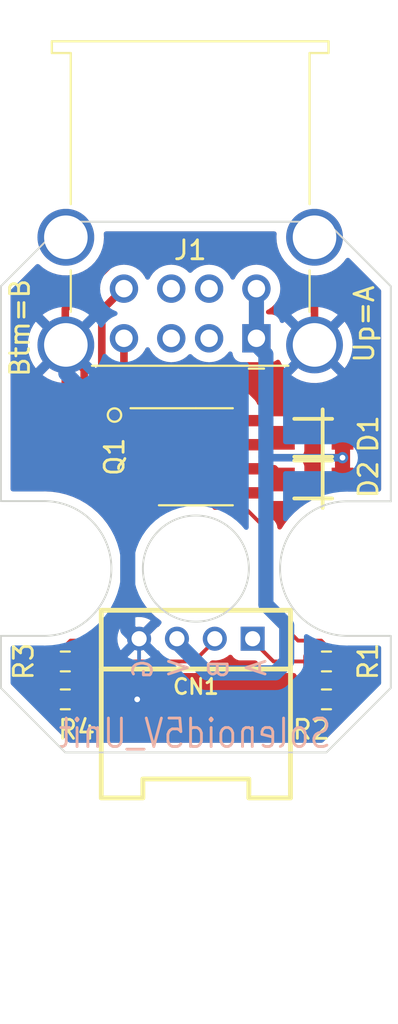
<source format=kicad_pcb>
(kicad_pcb (version 20211014) (generator pcbnew)
  (layers (0 "F.Cu" signal) (31 "B.Cu" signal) (34 "B.Paste" user) (35 "F.Paste" user) (36 "B.SilkS" user "B.Silkscreen") (37 "F.SilkS" user "F.Silkscreen") (38 "B.Mask" user) (39 "F.Mask" user) (44 "Edge.Cuts" user))
  (net 0 "")
  (net 1 "+5V")
  (net 2 "GND")
  (net 3 "/B")
  (net 4 "/A")
  (net 5 "/SOLB_M")
  (net 8 "/SOLA_M")
  (net 11 "Net-(Q1-Pad2)")
  (net 12 "Net-(Q1-Pad4)")
  (footprint "akita:CON_GROVE_H" (layer "F.Cu") (at 10.3 22 180)
    (fp_text reference "CN1" (at -1.3 -3 180) (layer "F.SilkS") (effects (font (size 0.8 0.8)) (justify right bottom)))
    (fp_text value "CON_GROVE")
    (fp_line (start 2.8 -7.4) (end 2.8 -8.4) (layer "F.SilkS") (width 0.254))
    (fp_line (start -5 -8.4) (end -5 -1.6) (layer "F.SilkS") (width 0.254))
    (fp_line (start -2.8 -8.4) (end -2.8 -7.4) (layer "F.SilkS") (width 0.254))
    (fp_line (start -5 -1.6) (end 5 -1.6) (layer "F.SilkS") (width 0.254))
    (fp_line (start -5 -8.4) (end -2.8 -8.4) (layer "F.SilkS") (width 0.254))
    (fp_line (start 5 -1.6) (end 5 -8.4) (layer "F.SilkS") (width 0.254))
    (fp_line (start -5 1.5) (end 5 1.5) (layer "F.SilkS") (width 0.254))
    (fp_line (start -5 -1.6) (end -5 1.5) (layer "F.SilkS") (width 0.254))
    (fp_line (start -5 -1) (end -5 1) (layer "F.SilkS") (width 0.127))
    (fp_line (start 5 1.5) (end 5 -1.6) (layer "F.SilkS") (width 0.254))
    (fp_line (start -2.8 -7.4) (end 2.8 -7.4) (layer "F.SilkS") (width 0.254))
    (fp_line (start 2.8 -8.4) (end 5 -8.4) (layer "F.SilkS") (width 0.254))
    (pad "1" thru_hole rect locked (at -3 0 180) (size 1.27 1.27) (drill 0.8) (layers *.Cu *.Mask) (net 4 "/A"))
    (pad "2" thru_hole circle locked (at -1 0 180) (size 1.27 1.27) (drill 0.8) (layers *.Cu *.Mask) (net 3 "/B"))
    (pad "3" thru_hole circle locked (at 1 0 180) (size 1.27 1.27) (drill 0.8) (layers *.Cu *.Mask) (net 1 "+5V"))
    (pad "4" thru_hole circle locked (at 3 0 180) (size 1.27 1.27) (drill 0.8) (layers *.Cu *.Mask) (net 2 "GND"))
  )
  (footprint "Package_SO:SO-8_3.9x4.9mm_P1.27mm" (layer "F.Cu") (at 10.3 12.4)
    (fp_text reference "Q1" (at -4.3 0 90) (layer "F.SilkS"))
    (fp_text value "TR_nMOS_IRF7103")
    (fp_line (start 0 -2.56) (end 1.95 -2.56) (layer "F.SilkS") (width 0.12))
    (fp_line (start 0 -2.56) (end -3.45 -2.56) (layer "F.SilkS") (width 0.12))
    (fp_line (start 0 2.56) (end 1.95 2.56) (layer "F.SilkS") (width 0.12))
    (fp_line (start 0 2.56) (end -1.95 2.56) (layer "F.SilkS") (width 0.12))
    (pad "1" smd roundrect locked (at -2.575 -1.905) (size 1.75 0.6) (layers "F.Cu" "F.Paste" "F.Mask") (net 2 "GND"))
    (pad "2" smd roundrect locked (at -2.575 -0.635) (size 1.75 0.6) (layers "F.Cu" "F.Paste" "F.Mask") (net 11 "Net-(Q1-Pad2)"))
    (pad "3" smd roundrect locked (at -2.575 0.635) (size 1.75 0.6) (layers "F.Cu" "F.Paste" "F.Mask") (net 2 "GND"))
    (pad "4" smd roundrect locked (at -2.575 1.905) (size 1.75 0.6) (layers "F.Cu" "F.Paste" "F.Mask") (net 12 "Net-(Q1-Pad4)"))
    (pad "5" smd roundrect locked (at 2.575 1.905) (size 1.75 0.6) (layers "F.Cu" "F.Paste" "F.Mask") (net 5 "/SOLB_M"))
    (pad "6" smd roundrect locked (at 2.575 0.635) (size 1.75 0.6) (layers "F.Cu" "F.Paste" "F.Mask") (net 5 "/SOLB_M"))
    (pad "7" smd roundrect locked (at 2.575 -0.635) (size 1.75 0.6) (layers "F.Cu" "F.Paste" "F.Mask") (net 8 "/SOLA_M"))
    (pad "8" smd roundrect locked (at 2.575 -1.905) (size 1.75 0.6) (layers "F.Cu" "F.Paste" "F.Mask") (net 8 "/SOLA_M"))
  )
  (footprint "Resistor_SMD:R_0603_1608Metric" (layer "F.Cu") (at 17.2 25.2)
    (fp_text reference "R2" (at -0.8 1.6) (layer "F.SilkS"))
    (fp_text value "10k")
    (fp_line (start -0.237258 -0.5225) (end 0.237258 -0.5225) (layer "F.SilkS") (width 0.12))
    (fp_line (start -0.237258 0.5225) (end 0.237258 0.5225) (layer "F.SilkS") (width 0.12))
    (pad "1" smd roundrect locked (at -0.825 0) (size 0.8 0.95) (layers "F.Cu" "F.Paste" "F.Mask") (net 2 "GND"))
    (pad "2" smd roundrect locked (at 0.825 0) (size 0.8 0.95) (layers "F.Cu" "F.Paste" "F.Mask") (net 11 "Net-(Q1-Pad2)"))
  )
  (footprint "akita:D_SOD123FL" (layer "F.Cu") (at 16.5 13.6)
    (fp_text reference "D2" (at 3.5 0 90) (layer "F.SilkS") (effects (justify bottom)))
    (fp_text value "DIODE")
    (fp_line (start 1 1) (end 0.5 1) (layer "F.SilkS") (width 0.2))
    (fp_line (start 0.5 1) (end -1 1) (layer "F.SilkS") (width 0.2))
    (fp_line (start -1 -1) (end 0.5 -1) (layer "F.SilkS") (width 0.2))
    (fp_line (start 0.5 1) (end 0.5 1.5) (layer "F.SilkS") (width 0.2))
    (fp_line (start 0.5 -1) (end 0.5 1) (layer "F.SilkS") (width 0.2))
    (fp_line (start 0.5 -1.5) (end 0.5 -1) (layer "F.SilkS") (width 0.2))
    (fp_line (start 0.5 -1) (end 1 -1) (layer "F.SilkS") (width 0.2))
    (pad "A" smd rect (at -1.55 0) (size 1.15 1.25) (layers "F.Cu" "F.Paste" "F.Mask") (net 5 "/SOLB_M"))
    (pad "K" smd rect (at 1.55 0) (size 1.15 1.25) (layers "F.Cu" "F.Paste" "F.Mask") (net 1 "+5V"))
  )
  (footprint "Resistor_SMD:R_0603_1608Metric" (layer "F.Cu") (at 17.2 23.2)
    (fp_text reference "R1" (at 2.2 0 90) (layer "F.SilkS"))
    (fp_text value "1k")
    (fp_line (start -0.237258 -0.5225) (end 0.237258 -0.5225) (layer "F.SilkS") (width 0.12))
    (fp_line (start -0.237258 0.5225) (end 0.237258 0.5225) (layer "F.SilkS") (width 0.12))
    (pad "1" smd roundrect locked (at -0.825 0) (size 0.8 0.95) (layers "F.Cu" "F.Paste" "F.Mask") (net 4 "/A"))
    (pad "2" smd roundrect locked (at 0.825 0) (size 0.8 0.95) (layers "F.Cu" "F.Paste" "F.Mask") (net 11 "Net-(Q1-Pad2)"))
  )
  (footprint "Resistor_SMD:R_0603_1608Metric" (layer "F.Cu") (at 3.4 23.2 180)
    (fp_text reference "R3" (at 2.2 0 90) (layer "F.SilkS"))
    (fp_text value "1k")
    (fp_line (start -0.237258 0.5225) (end 0.237258 0.5225) (layer "F.SilkS") (width 0.12))
    (fp_line (start -0.237258 -0.5225) (end 0.237258 -0.5225) (layer "F.SilkS") (width 0.12))
    (pad "1" smd roundrect locked (at -0.825 0 180) (size 0.8 0.95) (layers "F.Cu" "F.Paste" "F.Mask") (net 3 "/B"))
    (pad "2" smd roundrect locked (at 0.825 0 180) (size 0.8 0.95) (layers "F.Cu" "F.Paste" "F.Mask") (net 12 "Net-(Q1-Pad4)"))
  )
  (footprint "Resistor_SMD:R_0603_1608Metric" (layer "F.Cu") (at 3.4 25.2 180)
    (fp_text reference "R4" (at -0.6 -1.6) (layer "F.SilkS"))
    (fp_text value "10k")
    (fp_line (start -0.237258 -0.5225) (end 0.237258 -0.5225) (layer "F.SilkS") (width 0.12))
    (fp_line (start -0.237258 0.5225) (end 0.237258 0.5225) (layer "F.SilkS") (width 0.12))
    (pad "1" smd roundrect locked (at -0.825 0 180) (size 0.8 0.95) (layers "F.Cu" "F.Paste" "F.Mask") (net 2 "GND"))
    (pad "2" smd roundrect locked (at 0.825 0 180) (size 0.8 0.95) (layers "F.Cu" "F.Paste" "F.Mask") (net 12 "Net-(Q1-Pad4)"))
  )
  (footprint "akita:D_SOD123FL" (layer "F.Cu") (at 16.5 11.4)
    (fp_text reference "D1" (at 3.5 -0.2 90) (layer "F.SilkS") (effects (justify bottom)))
    (fp_text value "DIODE")
    (fp_line (start 0.5 -1) (end 1 -1) (layer "F.SilkS") (width 0.2))
    (fp_line (start 0.5 1) (end 0.5 1.5) (layer "F.SilkS") (width 0.2))
    (fp_line (start 1 1) (end 0.5 1) (layer "F.SilkS") (width 0.2))
    (fp_line (start 0.5 -1.5) (end 0.5 -1) (layer "F.SilkS") (width 0.2))
    (fp_line (start 0.5 -1) (end 0.5 1) (layer "F.SilkS") (width 0.2))
    (fp_line (start 0.5 1) (end -1 1) (layer "F.SilkS") (width 0.2))
    (fp_line (start -1 -1) (end 0.5 -1) (layer "F.SilkS") (width 0.2))
    (pad "A" smd rect (at -1.55 0) (size 1.15 1.25) (layers "F.Cu" "F.Paste" "F.Mask") (net 8 "/SOLA_M"))
    (pad "K" smd rect (at 1.55 0) (size 1.15 1.25) (layers "F.Cu" "F.Paste" "F.Mask") (net 1 "+5V"))
  )
  (footprint "Connector_USB:USB_A_Wuerth_61400826021_Horizontal_Stacked" (layer "F.Cu") (at 13.5 6.15 180)
    (fp_text reference "J1" (at 3.5 4.65) (layer "F.SilkS"))
    (fp_text value "CON_USB_Ax2")
    (fp_line (start 9.81 7.08) (end 9.81 15.05) (layer "F.SilkS") (width 0.12))
    (fp_line (start -1.69 -1.45) (end 8.69 -1.45) (layer "F.SilkS") (width 0.12))
    (fp_line (start -2.81 15.05) (end -2.81 7.08) (layer "F.SilkS") (width 0.12))
    (fp_line (start 10.81 15.05) (end 10.81 15.67) (layer "F.SilkS") (width 0.12))
    (fp_line (start 0.4 -1.6) (end -0.4 -1.6) (layer "F.SilkS") (width 0.12))
    (fp_line (start -3.81 15.67) (end -3.81 15.05) (layer "F.SilkS") (width 0.12))
    (fp_line (start 9.81 15.05) (end 10.81 15.05) (layer "F.SilkS") (width 0.12))
    (fp_line (start -2.81 3.58) (end -2.81 1.4) (layer "F.SilkS") (width 0.12))
    (fp_line (start 10.81 15.67) (end -3.81 15.67) (layer "F.SilkS") (width 0.12))
    (fp_line (start 9.81 3.58) (end 9.81 1.4) (layer "F.SilkS") (width 0.12))
    (fp_line (start -3.81 15.05) (end -2.81 15.05) (layer "F.SilkS") (width 0.12))
    (pad "" np_thru_hole circle (at 10.07 5.33 180) (size 3 3) (drill 2.3) (layers F&B.Cu *.Mask))
    (pad "" np_thru_hole circle (at -3.07 5.33 180) (size 3 3) (drill 2.3) (layers F&B.Cu *.Mask))
    (pad "1" thru_hole rect (at 0 0 180) (size 1.5 1.5) (drill 0.92) (layers *.Cu *.Mask) (net 1 "+5V"))
    (pad "2" thru_hole circle (at 2.5 0 180) (size 1.5 1.5) (drill 0.92) (layers *.Cu *.Mask))
    (pad "3" thru_hole circle (at 4.5 0 180) (size 1.5 1.5) (drill 0.92) (layers *.Cu *.Mask))
    (pad "4" thru_hole circle (at 7 0 180) (size 1.5 1.5) (drill 0.92) (layers *.Cu *.Mask) (net 8 "/SOLA_M"))
    (pad "5" thru_hole circle (at 0 2.62 180) (size 1.5 1.5) (drill 0.92) (layers *.Cu *.Mask) (net 1 "+5V"))
    (pad "6" thru_hole circle (at 2.5 2.62 180) (size 1.5 1.5) (drill 0.92) (layers *.Cu *.Mask))
    (pad "7" thru_hole circle (at 4.5 2.62 180) (size 1.5 1.5) (drill 0.92) (layers *.Cu *.Mask))
    (pad "8" thru_hole circle (at 7 2.62 180) (size 1.5 1.5) (drill 0.92) (layers *.Cu *.Mask) (net 5 "/SOLB_M"))
    (pad "9" thru_hole circle (at 10.07 -0.35 180) (size 3 3) (drill 2.3) (layers *.Cu *.Mask) (net 2 "GND"))
    (pad "9" thru_hole circle (at -3.07 -0.35 180) (size 3 3) (drill 2.3) (layers *.Cu *.Mask) (net 2 "GND"))
  )
  (gr_circle (center 6 10.2) (end 6.25 10.45) (layer "F.SilkS") (width 0.12) (fill none))
  (gr_line (start 0 24.6) (end 0 21.85) (layer "Edge.Cuts") (width 0.1))
  (gr_line (start 0 14.74) (end 2.3 14.74) (layer "Edge.Cuts") (width 0.1))
  (gr_line (start 20.6 21.85) (end 20.6 24.6) (layer "Edge.Cuts") (width 0.1))
  (gr_line (start 3.4 0) (end 17.2 0) (layer "Edge.Cuts") (width 0.1))
  (gr_line (start 0 14.74) (end 0 3.4) (layer "Edge.Cuts") (width 0.1))
  (gr_line (start 0 24.6) (end 3.4 28) (layer "Edge.Cuts") (width 0.1))
  (gr_line (start 3.4 28) (end 17.2 28) (layer "Edge.Cuts") (width 0.1))
  (gr_line (start 20.6 3.4) (end 17.2 0) (layer "Edge.Cuts") (width 0.1))
  (gr_arc (start 2.3 14.74) (mid 5.855 18.295) (end 2.3 21.85) (layer "Edge.Cuts") (width 0.1))
  (gr_line (start 0 21.85) (end 2.3 21.85) (layer "Edge.Cuts") (width 0.1))
  (gr_circle (center 10.3 18.3) (end 13.1 18.3) (layer "Edge.Cuts") (width 0.1) (fill none))
  (gr_line (start 18.3 21.85) (end 20.6 21.85) (layer "Edge.Cuts") (width 0.1))
  (gr_line (start 18.3 14.75) (end 20.6 14.75) (layer "Edge.Cuts") (width 0.1))
  (gr_line (start 20.6 14.76) (end 20.6 3.4) (layer "Edge.Cuts") (width 0.1))
  (gr_line (start 17.2 28) (end 20.6 24.6) (layer "Edge.Cuts") (width 0.1))
  (gr_arc (start 18.3 21.85) (mid 14.75 18.3) (end 18.3 14.75) (layer "Edge.Cuts") (width 0.1))
  (gr_line (start 0 3.4) (end 3.4 0) (layer "Edge.Cuts") (width 0.1))
  (gr_text "G" (at 7.5 23 90) (layer "B.SilkS") (effects (font (size 1 1)) (justify left mirror)))
  (gr_text "V" (at 9.4 23 90) (layer "B.SilkS") (effects (font (size 1 1)) (justify left mirror)))
  (gr_text "B" (at 11.5 23 90) (layer "B.SilkS") (effects (font (size 1 1)) (justify left mirror)))
  (gr_text "Solenoid5V_Unit" (at 10.25 27) (layer "B.SilkS") (effects (font (size 1.5 1.2)) (justify mirror)))
  (gr_text "A" (at 13.5 23 90) (layer "B.SilkS") (effects (font (size 1 1)) (justify left mirror)))
  (gr_text "Btm=B" (at 1 5.6 90) (layer "F.SilkS") (effects (font (size 1 1))))
  (gr_text "Up=A" (at 19.2 5.4 90) (layer "F.SilkS") (effects (font (size 1 1))))
  (segment (start 18.05 11.4) (end 18.05 13.45) (width 0.8) (layer "F.Cu") (net 1))
  (segment (start 18.05 13.45) (end 18 13.5) (width 0.8) (layer "F.Cu") (net 1))
  (via (at 18.05 12.45) (size 0.6) (drill 0.3) (layers "F.Cu" "B.Cu") (net 1))
  (segment (start 13.5 6.5) (end 14 7) (width 0.8) (layer "B.Cu") (net 1))
  (segment (start 18.05 12.45) (end 14.05 12.45) (width 0.4) (layer "B.Cu") (net 1))
  (segment (start 9.3 22.2) (end 9.3 22.1) (width 0.8) (layer "B.Cu") (net 1))
  (segment (start 15.1 23.2) (end 14.5 23.8) (width 0.8) (layer "B.Cu") (net 1))
  (segment (start 14.05 12.45) (end 14 12.4) (width 0.4) (layer "B.Cu") (net 1))
  (segment (start 14 12.4) (end 14 20.2) (width 0.8) (layer "B.Cu") (net 1))
  (segment (start 14 20.2) (end 15.1 21.3) (width 0.8) (layer "B.Cu") (net 1))
  (segment (start 14 7) (end 14 12.4) (width 0.8) (layer "B.Cu") (net 1))
  (segment (start 13.5 3.5) (end 13.5 6.5) (width 0.8) (layer "B.Cu") (net 1))
  (segment (start 15.1 21.3) (end 15.1 23.2) (width 0.8) (layer "B.Cu") (net 1))
  (segment (start 14.5 23.8) (end 10.9 23.8) (width 0.8) (layer "B.Cu") (net 1))
  (segment (start 10.9 23.8) (end 9.3 22.2) (width 0.8) (layer "B.Cu") (net 1))
  (segment (start 3.6 6.4) (end 3.6 6.2) (width 0.4) (layer "F.Cu") (net 2))
  (segment (start 7.725 13.035) (end 5.635 13.035) (width 0.4) (layer "F.Cu") (net 2))
  (segment (start 5.995 10.495) (end 4.4 8.9) (width 0.4) (layer "F.Cu") (net 2))
  (segment (start 4.2 7.6) (end 4.2 7) (width 0.4) (layer "F.Cu") (net 2))
  (segment (start 5.635 13.035) (end 3.4 10.8) (width 0.4) (layer "F.Cu") (net 2))
  (segment (start 4.2 7) (end 3.6 6.4) (width 0.4) (layer "F.Cu") (net 2))
  (segment (start 4.4 7.8) (end 4.2 7.6) (width 0.4) (layer "F.Cu") (net 2))
  (segment (start 14.19132 2) (end 6 2) (width 0.4) (layer "F.Cu") (net 2))
  (segment (start 4.225 25.2) (end 7.2 25.2) (width 0.2) (layer "F.Cu") (net 2))
  (segment (start 3.4 10.8) (end 3.4 6.5) (width 0.4) (layer "F.Cu") (net 2))
  (segment (start 3.4 4.6) (end 3.4 6.4) (width 0.4) (layer "F.Cu") (net 2))
  (segment (start 16.375 25.2) (end 7.2 25.2) (width 0.2) (layer "F.Cu") (net 2))
  (segment (start 6 2) (end 3.4 4.6) (width 0.4) (layer "F.Cu") (net 2))
  (segment (start 16.57 6.5) (end 16.57 4.37868) (width 0.4) (layer "F.Cu") (net 2))
  (segment (start 4.4 8.9) (end 4.4 7.8) (width 0.4) (layer "F.Cu") (net 2))
  (segment (start 7 21.7) (end 7.3 22) (width 0.6) (layer "F.Cu") (net 2))
  (segment (start 16.57 4.37868) (end 14.19132 2) (width 0.4) (layer "F.Cu") (net 2))
  (segment (start 7.725 10.495) (end 5.995 10.495) (width 0.4) (layer "F.Cu") (net 2))
  (via (at 7.2 25.2) (size 0.6) (drill 0.3) (layers "F.Cu" "B.Cu") (net 2))
  (segment (start 7.2 25.2) (end 7.3 25.1) (width 0.2) (layer "B.Cu") (net 2))
  (segment (start 3.43 8) (end 6.7 11.27) (width 0.8) (layer "B.Cu") (net 2))
  (segment (start 6.7 21.5) (end 7.2 22) (width 0.8) (layer "B.Cu") (net 2))
  (segment (start 6.7 11.27) (end 6.7 21.5) (width 0.8) (layer "B.Cu") (net 2))
  (segment (start 7.3 25.1) (end 7.3 22) (width 0.2) (layer "B.Cu") (net 2))
  (segment (start 10.2 23.2) (end 11.3 22.1) (width 0.2) (layer "F.Cu") (net 3))
  (segment (start 4.225 23.2) (end 10.2 23.2) (width 0.2) (layer "F.Cu") (net 3))
  (segment (start 14.4 23.2) (end 13.3 22.1) (width 0.2) (layer "F.Cu") (net 4))
  (segment (start 16.375 23.2) (end 14.4 23.2) (width 0.2) (layer "F.Cu") (net 4))
  (segment (start 12.875 13.035) (end 14.435 13.035) (width 0.4) (layer "F.Cu") (net 5))
  (segment (start 10 12) (end 10 10.808931) (width 0.4) (layer "F.Cu") (net 5))
  (segment (start 6.338187 9.79548) (end 5.329511 8.786804) (width 0.4) (layer "F.Cu") (net 5))
  (segment (start 5.329511 4.670489) (end 6.4 3.6) (width 0.4) (layer "F.Cu") (net 5))
  (segment (start 12.875 14.305) (end 12.875 13.375) (width 0.4) (layer "F.Cu") (net 5))
  (segment (start 14.435 13.035) (end 14.9 13.5) (width 0.4) (layer "F.Cu") (net 5))
  (segment (start 11.035 13.035) (end 10 12) (width 0.4) (layer "F.Cu") (net 5))
  (segment (start 5.329511 8.786804) (end 5.329511 4.8) (width 0.4) (layer "F.Cu") (net 5))
  (segment (start 8.986549 9.79548) (end 6.338187 9.79548) (width 0.4) (layer "F.Cu") (net 5))
  (segment (start 5.329511 4.8) (end 5.329511 4.670489) (width 0.4) (layer "F.Cu") (net 5))
  (segment (start 10 10.808931) (end 8.986549 9.79548) (width 0.4) (layer "F.Cu") (net 5))
  (segment (start 12.875 13.035) (end 11.035 13.035) (width 0.4) (layer "F.Cu") (net 5))
  (segment (start 12 9) (end 7.85 9) (width 0.4) (layer "F.Cu") (net 8))
  (segment (start 12.875 11.765) (end 14.435 11.765) (width 0.4) (layer "F.Cu") (net 8))
  (segment (start 6.5 7.65) (end 7.85 9) (width 0.4) (layer "F.Cu") (net 8))
  (segment (start 12.875 9.875) (end 12 9) (width 0.4) (layer "F.Cu") (net 8))
  (segment (start 14.435 11.765) (end 14.9 11.3) (width 0.4) (layer "F.Cu") (net 8))
  (segment (start 6.5 6.15) (end 6.5 7.65) (width 0.4) (layer "F.Cu") (net 8))
  (segment (start 12.875 10.495) (end 12.875 9.875) (width 0.4) (layer "F.Cu") (net 8))
  (segment (start 12.875 11.765) (end 12.875 10.675) (width 0.4) (layer "F.Cu") (net 8))
  (segment (start 16.925 22.1) (end 15.7 22.1) (width 0.2) (layer "F.Cu") (net 11))
  (segment (start 18.025 23.325) (end 18 23.3) (width 0.2) (layer "F.Cu") (net 11))
  (segment (start 15.7 22.1) (end 14 20.4) (width 0.2) (layer "F.Cu") (net 11))
  (segment (start 9.6 13.4) (end 9.6 12.4) (width 0.2) (layer "F.Cu") (net 11))
  (segment (start 8.965 11.765) (end 7.725 11.765) (width 0.2) (layer "F.Cu") (net 11))
  (segment (start 12.9 15.1) (end 11.3 15.1) (width 0.2) (layer "F.Cu") (net 11))
  (segment (start 14 20.4) (end 14 16.2) (width 0.2) (layer "F.Cu") (net 11))
  (segment (start 18.025 25.2) (end 18.025 23.325) (width 0.2) (layer "F.Cu") (net 11))
  (segment (start 14 16.2) (end 12.9 15.1) (width 0.2) (layer "F.Cu") (net 11))
  (segment (start 11.3 15.1) (end 9.6 13.4) (width 0.2) (layer "F.Cu") (net 11))
  (segment (start 9.6 12.4) (end 8.965 11.765) (width 0.2) (layer "F.Cu") (net 11))
  (segment (start 18.025 23.2) (end 16.925 22.1) (width 0.2) (layer "F.Cu") (net 11))
  (segment (start 6.7 14.7) (end 7.1 14.3) (width 0.2) (layer "F.Cu") (net 12))
  (segment (start 2.575 23.225) (end 2.6 23.2) (width 0.2) (layer "F.Cu") (net 12))
  (segment (start 3.675 22.1) (end 4.8 22.1) (width 0.2) (layer "F.Cu") (net 12))
  (segment (start 6.7 20.2) (end 6.7 14.7) (width 0.2) (layer "F.Cu") (net 12))
  (segment (start 2.575 25.2) (end 2.575 23.225) (width 0.2) (layer "F.Cu") (net 12))
  (segment (start 4.8 22.1) (end 6.7 20.2) (width 0.2) (layer "F.Cu") (net 12))
  (segment (start 2.575 23.2) (end 3.675 22.1) (width 0.2) (layer "F.Cu") (net 12))
  (zone (net 2) (net_name "GND") (layer "F.Cu") (connect_pads (clearance 0.508)) (min_thickness 0.254) (fill yes (thermal_gap 0.508) (thermal_bridge_width 0.508))
    (polygon (pts (xy 21 28) (xy 0 28) (xy 0 0) (xy 21 0)))
  )
  (zone (net 2) (net_name "GND") (layer "B.Cu") (connect_pads (clearance 0.508)) (min_thickness 0.254) (fill yes (thermal_gap 0.508) (thermal_bridge_width 0.508))
    (polygon (pts (xy 21 28) (xy 0 28) (xy 0 0) (xy 21 0)))
  )
)
</source>
